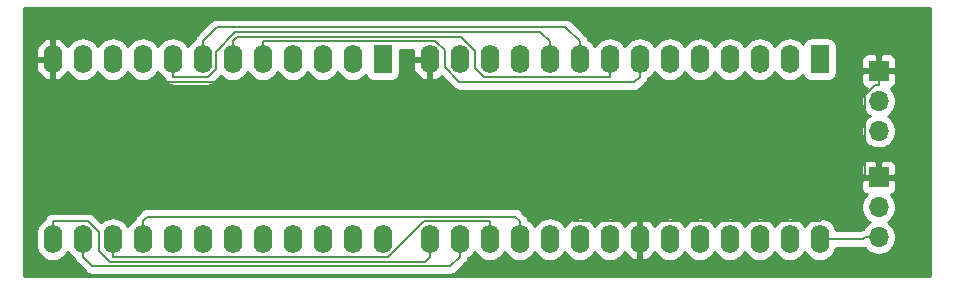
<source format=gtl>
G04 #@! TF.GenerationSoftware,KiCad,Pcbnew,(5.1.9)-1*
G04 #@! TF.CreationDate,2022-11-24T18:24:52+09:00*
G04 #@! TF.ProjectId,ROMCHG,524f4d43-4847-42e6-9b69-6361645f7063,rev?*
G04 #@! TF.SameCoordinates,PX53920b0PYad82f20*
G04 #@! TF.FileFunction,Copper,L1,Top*
G04 #@! TF.FilePolarity,Positive*
%FSLAX46Y46*%
G04 Gerber Fmt 4.6, Leading zero omitted, Abs format (unit mm)*
G04 Created by KiCad (PCBNEW (5.1.9)-1) date 2022-11-24 18:24:52*
%MOMM*%
%LPD*%
G01*
G04 APERTURE LIST*
G04 #@! TA.AperFunction,ComponentPad*
%ADD10O,1.700000X1.700000*%
G04 #@! TD*
G04 #@! TA.AperFunction,ComponentPad*
%ADD11R,1.700000X1.700000*%
G04 #@! TD*
G04 #@! TA.AperFunction,ComponentPad*
%ADD12R,1.600000X2.400000*%
G04 #@! TD*
G04 #@! TA.AperFunction,ComponentPad*
%ADD13O,1.600000X2.400000*%
G04 #@! TD*
G04 #@! TA.AperFunction,Conductor*
%ADD14C,0.200000*%
G04 #@! TD*
G04 #@! TA.AperFunction,Conductor*
%ADD15C,0.254000*%
G04 #@! TD*
G04 #@! TA.AperFunction,Conductor*
%ADD16C,0.100000*%
G04 #@! TD*
G04 APERTURE END LIST*
D10*
X73000000Y3920000D03*
X73000000Y6460000D03*
D11*
X73000000Y9000000D03*
X73000000Y18000000D03*
D10*
X73000000Y15460000D03*
X73000000Y12920000D03*
D12*
X68000000Y19000000D03*
D13*
X34980000Y3760000D03*
X65460000Y19000000D03*
X37520000Y3760000D03*
X62920000Y19000000D03*
X40060000Y3760000D03*
X60380000Y19000000D03*
X42600000Y3760000D03*
X57840000Y19000000D03*
X45140000Y3760000D03*
X55300000Y19000000D03*
X47680000Y3760000D03*
X52760000Y19000000D03*
X50220000Y3760000D03*
X50220000Y19000000D03*
X52760000Y3760000D03*
X47680000Y19000000D03*
X55300000Y3760000D03*
X45140000Y19000000D03*
X57840000Y3760000D03*
X42600000Y19000000D03*
X60380000Y3760000D03*
X40060000Y19000000D03*
X62920000Y3760000D03*
X37520000Y19000000D03*
X65460000Y3760000D03*
X34980000Y19000000D03*
X68000000Y3760000D03*
D12*
X31000000Y19000000D03*
D13*
X3060000Y3760000D03*
X28460000Y19000000D03*
X5600000Y3760000D03*
X25920000Y19000000D03*
X8140000Y3760000D03*
X23380000Y19000000D03*
X10680000Y3760000D03*
X20840000Y19000000D03*
X13220000Y3760000D03*
X18300000Y19000000D03*
X15760000Y3760000D03*
X15760000Y19000000D03*
X18300000Y3760000D03*
X13220000Y19000000D03*
X20840000Y3760000D03*
X10680000Y19000000D03*
X23380000Y3760000D03*
X8140000Y19000000D03*
X25920000Y3760000D03*
X5600000Y19000000D03*
X28460000Y3760000D03*
X3060000Y19000000D03*
X31000000Y3760000D03*
D14*
X73000000Y3920000D02*
X71849700Y3920000D01*
X68000000Y3760000D02*
X71689700Y3760000D01*
X71689700Y3760000D02*
X71849700Y3920000D01*
X3060000Y17499700D02*
X3460300Y17099400D01*
X3460300Y17099400D02*
X34579700Y17099400D01*
X34579700Y17099400D02*
X34980000Y17499700D01*
X3060000Y19000000D02*
X3060000Y17499700D01*
X34980000Y17499700D02*
X47219400Y5260300D01*
X47219400Y5260300D02*
X52760000Y5260300D01*
X34980000Y19000000D02*
X34980000Y17499700D01*
X71813400Y9000000D02*
X68073700Y5260300D01*
X68073700Y5260300D02*
X52760000Y5260300D01*
X72324800Y9000000D02*
X71813400Y9000000D01*
X71813400Y9000000D02*
X71813400Y15950700D01*
X71813400Y15950700D02*
X72712400Y16849700D01*
X72712400Y16849700D02*
X73000000Y16849700D01*
X73000000Y18000000D02*
X73000000Y16849700D01*
X73000000Y9000000D02*
X72324800Y9000000D01*
X52760000Y3760000D02*
X52760000Y5260300D01*
X50220000Y17499700D02*
X39547100Y17499700D01*
X39547100Y17499700D02*
X38790000Y18256800D01*
X38790000Y18256800D02*
X38790000Y19725500D01*
X38790000Y19725500D02*
X37614900Y20900600D01*
X37614900Y20900600D02*
X18700300Y20900600D01*
X18700300Y20900600D02*
X18300000Y20500300D01*
X50220000Y19000000D02*
X50220000Y17499700D01*
X18300000Y19000000D02*
X18300000Y20500300D01*
X13220000Y19000000D02*
X13220000Y17499700D01*
X45140000Y19000000D02*
X45140000Y20500300D01*
X13220000Y17499700D02*
X16220400Y17499700D01*
X16220400Y17499700D02*
X16860400Y18139700D01*
X16860400Y18139700D02*
X16860400Y19639000D01*
X16860400Y19639000D02*
X18522300Y21300900D01*
X18522300Y21300900D02*
X44339400Y21300900D01*
X44339400Y21300900D02*
X45140000Y20500300D01*
X34980000Y3760000D02*
X34980000Y2259700D01*
X3060000Y3760000D02*
X3060000Y5260300D01*
X3060000Y5260300D02*
X6083600Y5260300D01*
X6083600Y5260300D02*
X7011500Y4332400D01*
X7011500Y4332400D02*
X7011500Y2784500D01*
X7011500Y2784500D02*
X7939900Y1856100D01*
X7939900Y1856100D02*
X34576400Y1856100D01*
X34576400Y1856100D02*
X34980000Y2259700D01*
X5600000Y2259700D02*
X6404100Y1455600D01*
X6404100Y1455600D02*
X36715900Y1455600D01*
X36715900Y1455600D02*
X37520000Y2259700D01*
X37520000Y3760000D02*
X37520000Y2259700D01*
X5600000Y3760000D02*
X5600000Y2259700D01*
X40060000Y3760000D02*
X40060000Y5260300D01*
X8140000Y3760000D02*
X8140000Y2259700D01*
X8140000Y2259700D02*
X31473300Y2259700D01*
X31473300Y2259700D02*
X34473900Y5260300D01*
X34473900Y5260300D02*
X40060000Y5260300D01*
X42600000Y5260300D02*
X42187200Y5673100D01*
X42187200Y5673100D02*
X11092800Y5673100D01*
X11092800Y5673100D02*
X10680000Y5260300D01*
X42600000Y3760000D02*
X42600000Y5260300D01*
X10680000Y3760000D02*
X10680000Y5260300D01*
X20840000Y19000000D02*
X20840000Y20500300D01*
X52760000Y19000000D02*
X52760000Y17499700D01*
X20840000Y20500300D02*
X35478700Y20500300D01*
X35478700Y20500300D02*
X36250000Y19729000D01*
X36250000Y19729000D02*
X36250000Y18313000D01*
X36250000Y18313000D02*
X37503100Y17059900D01*
X37503100Y17059900D02*
X52320200Y17059900D01*
X52320200Y17059900D02*
X52760000Y17499700D01*
X47680000Y20500300D02*
X46479100Y21701200D01*
X46479100Y21701200D02*
X16960900Y21701200D01*
X16960900Y21701200D02*
X15760000Y20500300D01*
X47680000Y19000000D02*
X47680000Y20500300D01*
X15760000Y19000000D02*
X15760000Y20500300D01*
D15*
X77340000Y660000D02*
X660000Y660000D01*
X660000Y4230492D01*
X1625000Y4230492D01*
X1625000Y3289509D01*
X1645764Y3078692D01*
X1727818Y2808193D01*
X1861068Y2558900D01*
X2040392Y2340393D01*
X2258899Y2161068D01*
X2508192Y2027818D01*
X2778691Y1945764D01*
X3060000Y1918057D01*
X3341308Y1945764D01*
X3611807Y2027818D01*
X3861100Y2161068D01*
X4079607Y2340392D01*
X4258932Y2558899D01*
X4330000Y2691858D01*
X4401068Y2558900D01*
X4580392Y2340393D01*
X4798899Y2161068D01*
X4875174Y2120298D01*
X4875635Y2115615D01*
X4917430Y1977838D01*
X4917664Y1977067D01*
X4985914Y1849380D01*
X5077763Y1737462D01*
X5105807Y1714447D01*
X5858846Y961407D01*
X5881862Y933362D01*
X5993780Y841513D01*
X6121467Y773263D01*
X6217986Y743984D01*
X6260014Y731235D01*
X6274232Y729835D01*
X6367995Y720600D01*
X6368002Y720600D01*
X6404099Y717045D01*
X6440196Y720600D01*
X36679795Y720600D01*
X36715900Y717044D01*
X36752005Y720600D01*
X36859985Y731235D01*
X36998533Y773263D01*
X37126220Y841513D01*
X37238138Y933362D01*
X37261158Y961412D01*
X38014194Y1714447D01*
X38042238Y1737462D01*
X38134087Y1849380D01*
X38202337Y1977067D01*
X38238501Y2096285D01*
X38244365Y2115614D01*
X38244826Y2120299D01*
X38321100Y2161068D01*
X38539607Y2340392D01*
X38718932Y2558899D01*
X38790000Y2691858D01*
X38861068Y2558900D01*
X39040392Y2340393D01*
X39258899Y2161068D01*
X39508192Y2027818D01*
X39778691Y1945764D01*
X40060000Y1918057D01*
X40341308Y1945764D01*
X40611807Y2027818D01*
X40861100Y2161068D01*
X41079607Y2340392D01*
X41258932Y2558899D01*
X41330000Y2691858D01*
X41401068Y2558900D01*
X41580392Y2340393D01*
X41798899Y2161068D01*
X42048192Y2027818D01*
X42318691Y1945764D01*
X42600000Y1918057D01*
X42881308Y1945764D01*
X43151807Y2027818D01*
X43401100Y2161068D01*
X43619607Y2340392D01*
X43798932Y2558899D01*
X43870000Y2691858D01*
X43941068Y2558900D01*
X44120392Y2340393D01*
X44338899Y2161068D01*
X44588192Y2027818D01*
X44858691Y1945764D01*
X45140000Y1918057D01*
X45421308Y1945764D01*
X45691807Y2027818D01*
X45941100Y2161068D01*
X46159607Y2340392D01*
X46338932Y2558899D01*
X46410000Y2691858D01*
X46481068Y2558900D01*
X46660392Y2340393D01*
X46878899Y2161068D01*
X47128192Y2027818D01*
X47398691Y1945764D01*
X47680000Y1918057D01*
X47961308Y1945764D01*
X48231807Y2027818D01*
X48481100Y2161068D01*
X48699607Y2340392D01*
X48878932Y2558899D01*
X48950000Y2691858D01*
X49021068Y2558900D01*
X49200392Y2340393D01*
X49418899Y2161068D01*
X49668192Y2027818D01*
X49938691Y1945764D01*
X50220000Y1918057D01*
X50501308Y1945764D01*
X50771807Y2027818D01*
X51021100Y2161068D01*
X51239607Y2340392D01*
X51418932Y2558899D01*
X51487265Y2686741D01*
X51637399Y2457161D01*
X51835105Y2255500D01*
X52068354Y2096285D01*
X52328182Y1985633D01*
X52410961Y1968096D01*
X52633000Y2090085D01*
X52633000Y3633000D01*
X52613000Y3633000D01*
X52613000Y3887000D01*
X52633000Y3887000D01*
X52633000Y5429915D01*
X52887000Y5429915D01*
X52887000Y3887000D01*
X52907000Y3887000D01*
X52907000Y3633000D01*
X52887000Y3633000D01*
X52887000Y2090085D01*
X53109039Y1968096D01*
X53191818Y1985633D01*
X53451646Y2096285D01*
X53684895Y2255500D01*
X53882601Y2457161D01*
X54032735Y2686742D01*
X54101068Y2558900D01*
X54280392Y2340393D01*
X54498899Y2161068D01*
X54748192Y2027818D01*
X55018691Y1945764D01*
X55300000Y1918057D01*
X55581308Y1945764D01*
X55851807Y2027818D01*
X56101100Y2161068D01*
X56319607Y2340392D01*
X56498932Y2558899D01*
X56570000Y2691858D01*
X56641068Y2558900D01*
X56820392Y2340393D01*
X57038899Y2161068D01*
X57288192Y2027818D01*
X57558691Y1945764D01*
X57840000Y1918057D01*
X58121308Y1945764D01*
X58391807Y2027818D01*
X58641100Y2161068D01*
X58859607Y2340392D01*
X59038932Y2558899D01*
X59110000Y2691858D01*
X59181068Y2558900D01*
X59360392Y2340393D01*
X59578899Y2161068D01*
X59828192Y2027818D01*
X60098691Y1945764D01*
X60380000Y1918057D01*
X60661308Y1945764D01*
X60931807Y2027818D01*
X61181100Y2161068D01*
X61399607Y2340392D01*
X61578932Y2558899D01*
X61650000Y2691858D01*
X61721068Y2558900D01*
X61900392Y2340393D01*
X62118899Y2161068D01*
X62368192Y2027818D01*
X62638691Y1945764D01*
X62920000Y1918057D01*
X63201308Y1945764D01*
X63471807Y2027818D01*
X63721100Y2161068D01*
X63939607Y2340392D01*
X64118932Y2558899D01*
X64190000Y2691858D01*
X64261068Y2558900D01*
X64440392Y2340393D01*
X64658899Y2161068D01*
X64908192Y2027818D01*
X65178691Y1945764D01*
X65460000Y1918057D01*
X65741308Y1945764D01*
X66011807Y2027818D01*
X66261100Y2161068D01*
X66479607Y2340392D01*
X66658932Y2558899D01*
X66730000Y2691858D01*
X66801068Y2558900D01*
X66980392Y2340393D01*
X67198899Y2161068D01*
X67448192Y2027818D01*
X67718691Y1945764D01*
X68000000Y1918057D01*
X68281308Y1945764D01*
X68551807Y2027818D01*
X68801100Y2161068D01*
X69019607Y2340392D01*
X69198932Y2558899D01*
X69332182Y2808192D01*
X69397949Y3025000D01*
X71653595Y3025000D01*
X71689700Y3021444D01*
X71725805Y3025000D01*
X71806702Y3032968D01*
X71846525Y2973368D01*
X72053368Y2766525D01*
X72296589Y2604010D01*
X72566842Y2492068D01*
X72853740Y2435000D01*
X73146260Y2435000D01*
X73433158Y2492068D01*
X73703411Y2604010D01*
X73946632Y2766525D01*
X74153475Y2973368D01*
X74315990Y3216589D01*
X74427932Y3486842D01*
X74485000Y3773740D01*
X74485000Y4066260D01*
X74427932Y4353158D01*
X74315990Y4623411D01*
X74153475Y4866632D01*
X73946632Y5073475D01*
X73772240Y5190000D01*
X73946632Y5306525D01*
X74153475Y5513368D01*
X74315990Y5756589D01*
X74427932Y6026842D01*
X74485000Y6313740D01*
X74485000Y6606260D01*
X74427932Y6893158D01*
X74315990Y7163411D01*
X74153475Y7406632D01*
X74021620Y7538487D01*
X74094180Y7560498D01*
X74204494Y7619463D01*
X74301185Y7698815D01*
X74380537Y7795506D01*
X74439502Y7905820D01*
X74475812Y8025518D01*
X74488072Y8150000D01*
X74485000Y8714250D01*
X74326250Y8873000D01*
X73127000Y8873000D01*
X73127000Y8853000D01*
X72873000Y8853000D01*
X72873000Y8873000D01*
X71673750Y8873000D01*
X71515000Y8714250D01*
X71511928Y8150000D01*
X71524188Y8025518D01*
X71560498Y7905820D01*
X71619463Y7795506D01*
X71698815Y7698815D01*
X71795506Y7619463D01*
X71905820Y7560498D01*
X71978380Y7538487D01*
X71846525Y7406632D01*
X71684010Y7163411D01*
X71572068Y6893158D01*
X71515000Y6606260D01*
X71515000Y6313740D01*
X71572068Y6026842D01*
X71684010Y5756589D01*
X71846525Y5513368D01*
X72053368Y5306525D01*
X72227760Y5190000D01*
X72053368Y5073475D01*
X71846525Y4866632D01*
X71696078Y4641472D01*
X71673368Y4634583D01*
X71567067Y4602337D01*
X71439380Y4534087D01*
X71391752Y4495000D01*
X69397949Y4495000D01*
X69332182Y4711808D01*
X69198932Y4961101D01*
X69019608Y5179608D01*
X68801101Y5358932D01*
X68551808Y5492182D01*
X68281309Y5574236D01*
X68000000Y5601943D01*
X67718692Y5574236D01*
X67448193Y5492182D01*
X67198900Y5358932D01*
X66980393Y5179608D01*
X66801068Y4961101D01*
X66730000Y4828142D01*
X66658932Y4961101D01*
X66479608Y5179608D01*
X66261101Y5358932D01*
X66011808Y5492182D01*
X65741309Y5574236D01*
X65460000Y5601943D01*
X65178692Y5574236D01*
X64908193Y5492182D01*
X64658900Y5358932D01*
X64440393Y5179608D01*
X64261068Y4961101D01*
X64190000Y4828142D01*
X64118932Y4961101D01*
X63939608Y5179608D01*
X63721101Y5358932D01*
X63471808Y5492182D01*
X63201309Y5574236D01*
X62920000Y5601943D01*
X62638692Y5574236D01*
X62368193Y5492182D01*
X62118900Y5358932D01*
X61900393Y5179608D01*
X61721068Y4961101D01*
X61650000Y4828142D01*
X61578932Y4961101D01*
X61399608Y5179608D01*
X61181101Y5358932D01*
X60931808Y5492182D01*
X60661309Y5574236D01*
X60380000Y5601943D01*
X60098692Y5574236D01*
X59828193Y5492182D01*
X59578900Y5358932D01*
X59360393Y5179608D01*
X59181068Y4961101D01*
X59110000Y4828142D01*
X59038932Y4961101D01*
X58859608Y5179608D01*
X58641101Y5358932D01*
X58391808Y5492182D01*
X58121309Y5574236D01*
X57840000Y5601943D01*
X57558692Y5574236D01*
X57288193Y5492182D01*
X57038900Y5358932D01*
X56820393Y5179608D01*
X56641068Y4961101D01*
X56570000Y4828142D01*
X56498932Y4961101D01*
X56319608Y5179608D01*
X56101101Y5358932D01*
X55851808Y5492182D01*
X55581309Y5574236D01*
X55300000Y5601943D01*
X55018692Y5574236D01*
X54748193Y5492182D01*
X54498900Y5358932D01*
X54280393Y5179608D01*
X54101068Y4961101D01*
X54032735Y4833259D01*
X53882601Y5062839D01*
X53684895Y5264500D01*
X53451646Y5423715D01*
X53191818Y5534367D01*
X53109039Y5551904D01*
X52887000Y5429915D01*
X52633000Y5429915D01*
X52410961Y5551904D01*
X52328182Y5534367D01*
X52068354Y5423715D01*
X51835105Y5264500D01*
X51637399Y5062839D01*
X51487265Y4833259D01*
X51418932Y4961101D01*
X51239608Y5179608D01*
X51021101Y5358932D01*
X50771808Y5492182D01*
X50501309Y5574236D01*
X50220000Y5601943D01*
X49938692Y5574236D01*
X49668193Y5492182D01*
X49418900Y5358932D01*
X49200393Y5179608D01*
X49021068Y4961101D01*
X48950000Y4828142D01*
X48878932Y4961101D01*
X48699608Y5179608D01*
X48481101Y5358932D01*
X48231808Y5492182D01*
X47961309Y5574236D01*
X47680000Y5601943D01*
X47398692Y5574236D01*
X47128193Y5492182D01*
X46878900Y5358932D01*
X46660393Y5179608D01*
X46481068Y4961101D01*
X46410000Y4828142D01*
X46338932Y4961101D01*
X46159608Y5179608D01*
X45941101Y5358932D01*
X45691808Y5492182D01*
X45421309Y5574236D01*
X45140000Y5601943D01*
X44858692Y5574236D01*
X44588193Y5492182D01*
X44338900Y5358932D01*
X44120393Y5179608D01*
X43941068Y4961101D01*
X43870000Y4828142D01*
X43798932Y4961101D01*
X43619608Y5179608D01*
X43401101Y5358932D01*
X43324826Y5399702D01*
X43324365Y5404385D01*
X43282337Y5542933D01*
X43214087Y5670620D01*
X43122238Y5782538D01*
X43094187Y5805559D01*
X42732459Y6167287D01*
X42709438Y6195338D01*
X42597520Y6287187D01*
X42469833Y6355437D01*
X42331285Y6397465D01*
X42223305Y6408100D01*
X42187200Y6411656D01*
X42151095Y6408100D01*
X11128894Y6408100D01*
X11092799Y6411655D01*
X11056704Y6408100D01*
X11056695Y6408100D01*
X10948715Y6397465D01*
X10810167Y6355437D01*
X10682480Y6287187D01*
X10570562Y6195338D01*
X10547541Y6167287D01*
X10185808Y5805554D01*
X10157763Y5782538D01*
X10065914Y5670620D01*
X10014396Y5574236D01*
X9997664Y5542933D01*
X9955635Y5404385D01*
X9955174Y5399701D01*
X9878900Y5358932D01*
X9660393Y5179608D01*
X9481068Y4961101D01*
X9410000Y4828142D01*
X9338932Y4961101D01*
X9159608Y5179608D01*
X8941101Y5358932D01*
X8691808Y5492182D01*
X8421309Y5574236D01*
X8140000Y5601943D01*
X7858692Y5574236D01*
X7588193Y5492182D01*
X7338900Y5358932D01*
X7166170Y5217176D01*
X6628858Y5754488D01*
X6605838Y5782538D01*
X6493920Y5874387D01*
X6366233Y5942637D01*
X6227685Y5984665D01*
X6119705Y5995300D01*
X6083600Y5998856D01*
X6047495Y5995300D01*
X3096105Y5995300D01*
X3060000Y5998856D01*
X3023895Y5995300D01*
X2915915Y5984665D01*
X2777367Y5942637D01*
X2649680Y5874387D01*
X2537762Y5782538D01*
X2445913Y5670620D01*
X2377663Y5542933D01*
X2335635Y5404385D01*
X2335174Y5399701D01*
X2258900Y5358932D01*
X2040393Y5179608D01*
X1861068Y4961101D01*
X1727818Y4711808D01*
X1645764Y4441309D01*
X1625000Y4230492D01*
X660000Y4230492D01*
X660000Y9850000D01*
X71511928Y9850000D01*
X71515000Y9285750D01*
X71673750Y9127000D01*
X72873000Y9127000D01*
X72873000Y10326250D01*
X73127000Y10326250D01*
X73127000Y9127000D01*
X74326250Y9127000D01*
X74485000Y9285750D01*
X74488072Y9850000D01*
X74475812Y9974482D01*
X74439502Y10094180D01*
X74380537Y10204494D01*
X74301185Y10301185D01*
X74204494Y10380537D01*
X74094180Y10439502D01*
X73974482Y10475812D01*
X73850000Y10488072D01*
X73285750Y10485000D01*
X73127000Y10326250D01*
X72873000Y10326250D01*
X72714250Y10485000D01*
X72150000Y10488072D01*
X72025518Y10475812D01*
X71905820Y10439502D01*
X71795506Y10380537D01*
X71698815Y10301185D01*
X71619463Y10204494D01*
X71560498Y10094180D01*
X71524188Y9974482D01*
X71511928Y9850000D01*
X660000Y9850000D01*
X660000Y18873000D01*
X1625000Y18873000D01*
X1625000Y18473000D01*
X1677350Y18195486D01*
X1782834Y17933517D01*
X1937399Y17697161D01*
X2135105Y17495500D01*
X2368354Y17336285D01*
X2628182Y17225633D01*
X2710961Y17208096D01*
X2933000Y17330085D01*
X2933000Y18873000D01*
X1625000Y18873000D01*
X660000Y18873000D01*
X660000Y19527000D01*
X1625000Y19527000D01*
X1625000Y19127000D01*
X2933000Y19127000D01*
X2933000Y20669915D01*
X3187000Y20669915D01*
X3187000Y19127000D01*
X3207000Y19127000D01*
X3207000Y18873000D01*
X3187000Y18873000D01*
X3187000Y17330085D01*
X3409039Y17208096D01*
X3491818Y17225633D01*
X3751646Y17336285D01*
X3984895Y17495500D01*
X4182601Y17697161D01*
X4332735Y17926742D01*
X4401068Y17798900D01*
X4580392Y17580393D01*
X4798899Y17401068D01*
X5048192Y17267818D01*
X5318691Y17185764D01*
X5600000Y17158057D01*
X5881308Y17185764D01*
X6151807Y17267818D01*
X6401100Y17401068D01*
X6619607Y17580392D01*
X6798932Y17798899D01*
X6870000Y17931858D01*
X6941068Y17798900D01*
X7120392Y17580393D01*
X7338899Y17401068D01*
X7588192Y17267818D01*
X7858691Y17185764D01*
X8140000Y17158057D01*
X8421308Y17185764D01*
X8691807Y17267818D01*
X8941100Y17401068D01*
X9159607Y17580392D01*
X9338932Y17798899D01*
X9410000Y17931858D01*
X9481068Y17798900D01*
X9660392Y17580393D01*
X9878899Y17401068D01*
X10128192Y17267818D01*
X10398691Y17185764D01*
X10680000Y17158057D01*
X10961308Y17185764D01*
X11231807Y17267818D01*
X11481100Y17401068D01*
X11699607Y17580392D01*
X11878932Y17798899D01*
X11950000Y17931858D01*
X12021068Y17798900D01*
X12200392Y17580393D01*
X12418899Y17401068D01*
X12495174Y17360298D01*
X12495635Y17355615D01*
X12537663Y17217067D01*
X12605913Y17089380D01*
X12697762Y16977462D01*
X12809680Y16885613D01*
X12937367Y16817363D01*
X13075915Y16775335D01*
X13183895Y16764700D01*
X13220000Y16761144D01*
X13256105Y16764700D01*
X16184295Y16764700D01*
X16220400Y16761144D01*
X16256505Y16764700D01*
X16364485Y16775335D01*
X16503033Y16817363D01*
X16630720Y16885613D01*
X16742638Y16977462D01*
X16765658Y17005512D01*
X17313428Y17553281D01*
X17498899Y17401068D01*
X17748192Y17267818D01*
X18018691Y17185764D01*
X18300000Y17158057D01*
X18581308Y17185764D01*
X18851807Y17267818D01*
X19101100Y17401068D01*
X19319607Y17580392D01*
X19498932Y17798899D01*
X19570000Y17931858D01*
X19641068Y17798900D01*
X19820392Y17580393D01*
X20038899Y17401068D01*
X20288192Y17267818D01*
X20558691Y17185764D01*
X20840000Y17158057D01*
X21121308Y17185764D01*
X21391807Y17267818D01*
X21641100Y17401068D01*
X21859607Y17580392D01*
X22038932Y17798899D01*
X22110000Y17931858D01*
X22181068Y17798900D01*
X22360392Y17580393D01*
X22578899Y17401068D01*
X22828192Y17267818D01*
X23098691Y17185764D01*
X23380000Y17158057D01*
X23661308Y17185764D01*
X23931807Y17267818D01*
X24181100Y17401068D01*
X24399607Y17580392D01*
X24578932Y17798899D01*
X24650000Y17931858D01*
X24721068Y17798900D01*
X24900392Y17580393D01*
X25118899Y17401068D01*
X25368192Y17267818D01*
X25638691Y17185764D01*
X25920000Y17158057D01*
X26201308Y17185764D01*
X26471807Y17267818D01*
X26721100Y17401068D01*
X26939607Y17580392D01*
X27118932Y17798899D01*
X27190000Y17931858D01*
X27261068Y17798900D01*
X27440392Y17580393D01*
X27658899Y17401068D01*
X27908192Y17267818D01*
X28178691Y17185764D01*
X28460000Y17158057D01*
X28741308Y17185764D01*
X29011807Y17267818D01*
X29261100Y17401068D01*
X29479607Y17580392D01*
X29572419Y17693483D01*
X29574188Y17675518D01*
X29610498Y17555820D01*
X29669463Y17445506D01*
X29748815Y17348815D01*
X29845506Y17269463D01*
X29955820Y17210498D01*
X30075518Y17174188D01*
X30200000Y17161928D01*
X31800000Y17161928D01*
X31924482Y17174188D01*
X32044180Y17210498D01*
X32154494Y17269463D01*
X32251185Y17348815D01*
X32330537Y17445506D01*
X32389502Y17555820D01*
X32425812Y17675518D01*
X32438072Y17800000D01*
X32438072Y18873000D01*
X33545000Y18873000D01*
X33545000Y18473000D01*
X33597350Y18195486D01*
X33702834Y17933517D01*
X33857399Y17697161D01*
X34055105Y17495500D01*
X34288354Y17336285D01*
X34548182Y17225633D01*
X34630961Y17208096D01*
X34853000Y17330085D01*
X34853000Y18873000D01*
X33545000Y18873000D01*
X32438072Y18873000D01*
X32438072Y19765300D01*
X33589953Y19765300D01*
X33545000Y19527000D01*
X33545000Y19127000D01*
X34853000Y19127000D01*
X34853000Y19147000D01*
X35107000Y19147000D01*
X35107000Y19127000D01*
X35127000Y19127000D01*
X35127000Y18873000D01*
X35107000Y18873000D01*
X35107000Y17330085D01*
X35329039Y17208096D01*
X35411818Y17225633D01*
X35671646Y17336285D01*
X35904895Y17495500D01*
X35965865Y17557689D01*
X36957846Y16565707D01*
X36980862Y16537662D01*
X37092780Y16445813D01*
X37220467Y16377563D01*
X37316986Y16348284D01*
X37359014Y16335535D01*
X37503099Y16321344D01*
X37539204Y16324900D01*
X52284095Y16324900D01*
X52320200Y16321344D01*
X52356305Y16324900D01*
X52464285Y16335535D01*
X52602833Y16377563D01*
X52730520Y16445813D01*
X52842438Y16537662D01*
X52865459Y16565713D01*
X53254187Y16954441D01*
X53282238Y16977462D01*
X53374087Y17089380D01*
X53406489Y17150000D01*
X71511928Y17150000D01*
X71524188Y17025518D01*
X71560498Y16905820D01*
X71619463Y16795506D01*
X71698815Y16698815D01*
X71795506Y16619463D01*
X71905820Y16560498D01*
X71978380Y16538487D01*
X71846525Y16406632D01*
X71684010Y16163411D01*
X71572068Y15893158D01*
X71515000Y15606260D01*
X71515000Y15313740D01*
X71572068Y15026842D01*
X71684010Y14756589D01*
X71846525Y14513368D01*
X72053368Y14306525D01*
X72227760Y14190000D01*
X72053368Y14073475D01*
X71846525Y13866632D01*
X71684010Y13623411D01*
X71572068Y13353158D01*
X71515000Y13066260D01*
X71515000Y12773740D01*
X71572068Y12486842D01*
X71684010Y12216589D01*
X71846525Y11973368D01*
X72053368Y11766525D01*
X72296589Y11604010D01*
X72566842Y11492068D01*
X72853740Y11435000D01*
X73146260Y11435000D01*
X73433158Y11492068D01*
X73703411Y11604010D01*
X73946632Y11766525D01*
X74153475Y11973368D01*
X74315990Y12216589D01*
X74427932Y12486842D01*
X74485000Y12773740D01*
X74485000Y13066260D01*
X74427932Y13353158D01*
X74315990Y13623411D01*
X74153475Y13866632D01*
X73946632Y14073475D01*
X73772240Y14190000D01*
X73946632Y14306525D01*
X74153475Y14513368D01*
X74315990Y14756589D01*
X74427932Y15026842D01*
X74485000Y15313740D01*
X74485000Y15606260D01*
X74427932Y15893158D01*
X74315990Y16163411D01*
X74153475Y16406632D01*
X74021620Y16538487D01*
X74094180Y16560498D01*
X74204494Y16619463D01*
X74301185Y16698815D01*
X74380537Y16795506D01*
X74439502Y16905820D01*
X74475812Y17025518D01*
X74488072Y17150000D01*
X74485000Y17714250D01*
X74326250Y17873000D01*
X73127000Y17873000D01*
X73127000Y17853000D01*
X72873000Y17853000D01*
X72873000Y17873000D01*
X71673750Y17873000D01*
X71515000Y17714250D01*
X71511928Y17150000D01*
X53406489Y17150000D01*
X53442337Y17217067D01*
X53480397Y17342534D01*
X53484365Y17355614D01*
X53484826Y17360299D01*
X53561100Y17401068D01*
X53779607Y17580392D01*
X53958932Y17798899D01*
X54030000Y17931858D01*
X54101068Y17798900D01*
X54280392Y17580393D01*
X54498899Y17401068D01*
X54748192Y17267818D01*
X55018691Y17185764D01*
X55300000Y17158057D01*
X55581308Y17185764D01*
X55851807Y17267818D01*
X56101100Y17401068D01*
X56319607Y17580392D01*
X56498932Y17798899D01*
X56570000Y17931858D01*
X56641068Y17798900D01*
X56820392Y17580393D01*
X57038899Y17401068D01*
X57288192Y17267818D01*
X57558691Y17185764D01*
X57840000Y17158057D01*
X58121308Y17185764D01*
X58391807Y17267818D01*
X58641100Y17401068D01*
X58859607Y17580392D01*
X59038932Y17798899D01*
X59110000Y17931858D01*
X59181068Y17798900D01*
X59360392Y17580393D01*
X59578899Y17401068D01*
X59828192Y17267818D01*
X60098691Y17185764D01*
X60380000Y17158057D01*
X60661308Y17185764D01*
X60931807Y17267818D01*
X61181100Y17401068D01*
X61399607Y17580392D01*
X61578932Y17798899D01*
X61650000Y17931858D01*
X61721068Y17798900D01*
X61900392Y17580393D01*
X62118899Y17401068D01*
X62368192Y17267818D01*
X62638691Y17185764D01*
X62920000Y17158057D01*
X63201308Y17185764D01*
X63471807Y17267818D01*
X63721100Y17401068D01*
X63939607Y17580392D01*
X64118932Y17798899D01*
X64190000Y17931858D01*
X64261068Y17798900D01*
X64440392Y17580393D01*
X64658899Y17401068D01*
X64908192Y17267818D01*
X65178691Y17185764D01*
X65460000Y17158057D01*
X65741308Y17185764D01*
X66011807Y17267818D01*
X66261100Y17401068D01*
X66479607Y17580392D01*
X66572419Y17693483D01*
X66574188Y17675518D01*
X66610498Y17555820D01*
X66669463Y17445506D01*
X66748815Y17348815D01*
X66845506Y17269463D01*
X66955820Y17210498D01*
X67075518Y17174188D01*
X67200000Y17161928D01*
X68800000Y17161928D01*
X68924482Y17174188D01*
X69044180Y17210498D01*
X69154494Y17269463D01*
X69251185Y17348815D01*
X69330537Y17445506D01*
X69389502Y17555820D01*
X69425812Y17675518D01*
X69438072Y17800000D01*
X69438072Y18850000D01*
X71511928Y18850000D01*
X71515000Y18285750D01*
X71673750Y18127000D01*
X72873000Y18127000D01*
X72873000Y19326250D01*
X73127000Y19326250D01*
X73127000Y18127000D01*
X74326250Y18127000D01*
X74485000Y18285750D01*
X74488072Y18850000D01*
X74475812Y18974482D01*
X74439502Y19094180D01*
X74380537Y19204494D01*
X74301185Y19301185D01*
X74204494Y19380537D01*
X74094180Y19439502D01*
X73974482Y19475812D01*
X73850000Y19488072D01*
X73285750Y19485000D01*
X73127000Y19326250D01*
X72873000Y19326250D01*
X72714250Y19485000D01*
X72150000Y19488072D01*
X72025518Y19475812D01*
X71905820Y19439502D01*
X71795506Y19380537D01*
X71698815Y19301185D01*
X71619463Y19204494D01*
X71560498Y19094180D01*
X71524188Y18974482D01*
X71511928Y18850000D01*
X69438072Y18850000D01*
X69438072Y20200000D01*
X69425812Y20324482D01*
X69389502Y20444180D01*
X69330537Y20554494D01*
X69251185Y20651185D01*
X69154494Y20730537D01*
X69044180Y20789502D01*
X68924482Y20825812D01*
X68800000Y20838072D01*
X67200000Y20838072D01*
X67075518Y20825812D01*
X66955820Y20789502D01*
X66845506Y20730537D01*
X66748815Y20651185D01*
X66669463Y20554494D01*
X66610498Y20444180D01*
X66574188Y20324482D01*
X66572419Y20306518D01*
X66479608Y20419608D01*
X66261101Y20598932D01*
X66011808Y20732182D01*
X65741309Y20814236D01*
X65460000Y20841943D01*
X65178692Y20814236D01*
X64908193Y20732182D01*
X64658900Y20598932D01*
X64440393Y20419608D01*
X64261068Y20201101D01*
X64190000Y20068142D01*
X64118932Y20201101D01*
X63939608Y20419608D01*
X63721101Y20598932D01*
X63471808Y20732182D01*
X63201309Y20814236D01*
X62920000Y20841943D01*
X62638692Y20814236D01*
X62368193Y20732182D01*
X62118900Y20598932D01*
X61900393Y20419608D01*
X61721068Y20201101D01*
X61650000Y20068142D01*
X61578932Y20201101D01*
X61399608Y20419608D01*
X61181101Y20598932D01*
X60931808Y20732182D01*
X60661309Y20814236D01*
X60380000Y20841943D01*
X60098692Y20814236D01*
X59828193Y20732182D01*
X59578900Y20598932D01*
X59360393Y20419608D01*
X59181068Y20201101D01*
X59110000Y20068142D01*
X59038932Y20201101D01*
X58859608Y20419608D01*
X58641101Y20598932D01*
X58391808Y20732182D01*
X58121309Y20814236D01*
X57840000Y20841943D01*
X57558692Y20814236D01*
X57288193Y20732182D01*
X57038900Y20598932D01*
X56820393Y20419608D01*
X56641068Y20201101D01*
X56570000Y20068142D01*
X56498932Y20201101D01*
X56319608Y20419608D01*
X56101101Y20598932D01*
X55851808Y20732182D01*
X55581309Y20814236D01*
X55300000Y20841943D01*
X55018692Y20814236D01*
X54748193Y20732182D01*
X54498900Y20598932D01*
X54280393Y20419608D01*
X54101068Y20201101D01*
X54030000Y20068142D01*
X53958932Y20201101D01*
X53779608Y20419608D01*
X53561101Y20598932D01*
X53311808Y20732182D01*
X53041309Y20814236D01*
X52760000Y20841943D01*
X52478692Y20814236D01*
X52208193Y20732182D01*
X51958900Y20598932D01*
X51740393Y20419608D01*
X51561068Y20201101D01*
X51490000Y20068142D01*
X51418932Y20201101D01*
X51239608Y20419608D01*
X51021101Y20598932D01*
X50771808Y20732182D01*
X50501309Y20814236D01*
X50220000Y20841943D01*
X49938692Y20814236D01*
X49668193Y20732182D01*
X49418900Y20598932D01*
X49200393Y20419608D01*
X49021068Y20201101D01*
X48950000Y20068142D01*
X48878932Y20201101D01*
X48699608Y20419608D01*
X48481101Y20598932D01*
X48404826Y20639702D01*
X48404365Y20644386D01*
X48377732Y20732182D01*
X48362337Y20782933D01*
X48294087Y20910620D01*
X48202238Y21022538D01*
X48174193Y21045554D01*
X47024358Y22195388D01*
X47001338Y22223438D01*
X46889420Y22315287D01*
X46761733Y22383537D01*
X46623185Y22425565D01*
X46515205Y22436200D01*
X46479100Y22439756D01*
X46442995Y22436200D01*
X16997004Y22436200D01*
X16960899Y22439756D01*
X16816814Y22425565D01*
X16774786Y22412816D01*
X16678267Y22383537D01*
X16550580Y22315287D01*
X16438662Y22223438D01*
X16415646Y22195393D01*
X15265808Y21045554D01*
X15237763Y21022538D01*
X15145914Y20910620D01*
X15090371Y20806706D01*
X15077664Y20782933D01*
X15035635Y20644385D01*
X15035174Y20639701D01*
X14958900Y20598932D01*
X14740393Y20419608D01*
X14561068Y20201101D01*
X14490000Y20068142D01*
X14418932Y20201101D01*
X14239608Y20419608D01*
X14021101Y20598932D01*
X13771808Y20732182D01*
X13501309Y20814236D01*
X13220000Y20841943D01*
X12938692Y20814236D01*
X12668193Y20732182D01*
X12418900Y20598932D01*
X12200393Y20419608D01*
X12021068Y20201101D01*
X11950000Y20068142D01*
X11878932Y20201101D01*
X11699608Y20419608D01*
X11481101Y20598932D01*
X11231808Y20732182D01*
X10961309Y20814236D01*
X10680000Y20841943D01*
X10398692Y20814236D01*
X10128193Y20732182D01*
X9878900Y20598932D01*
X9660393Y20419608D01*
X9481068Y20201101D01*
X9410000Y20068142D01*
X9338932Y20201101D01*
X9159608Y20419608D01*
X8941101Y20598932D01*
X8691808Y20732182D01*
X8421309Y20814236D01*
X8140000Y20841943D01*
X7858692Y20814236D01*
X7588193Y20732182D01*
X7338900Y20598932D01*
X7120393Y20419608D01*
X6941068Y20201101D01*
X6870000Y20068142D01*
X6798932Y20201101D01*
X6619608Y20419608D01*
X6401101Y20598932D01*
X6151808Y20732182D01*
X5881309Y20814236D01*
X5600000Y20841943D01*
X5318692Y20814236D01*
X5048193Y20732182D01*
X4798900Y20598932D01*
X4580393Y20419608D01*
X4401068Y20201101D01*
X4332735Y20073259D01*
X4182601Y20302839D01*
X3984895Y20504500D01*
X3751646Y20663715D01*
X3491818Y20774367D01*
X3409039Y20791904D01*
X3187000Y20669915D01*
X2933000Y20669915D01*
X2710961Y20791904D01*
X2628182Y20774367D01*
X2368354Y20663715D01*
X2135105Y20504500D01*
X1937399Y20302839D01*
X1782834Y20066483D01*
X1677350Y19804514D01*
X1625000Y19527000D01*
X660000Y19527000D01*
X660000Y23340000D01*
X77340001Y23340000D01*
X77340000Y660000D01*
G04 #@! TA.AperFunction,Conductor*
D16*
G36*
X77340000Y660000D02*
G01*
X660000Y660000D01*
X660000Y4230492D01*
X1625000Y4230492D01*
X1625000Y3289509D01*
X1645764Y3078692D01*
X1727818Y2808193D01*
X1861068Y2558900D01*
X2040392Y2340393D01*
X2258899Y2161068D01*
X2508192Y2027818D01*
X2778691Y1945764D01*
X3060000Y1918057D01*
X3341308Y1945764D01*
X3611807Y2027818D01*
X3861100Y2161068D01*
X4079607Y2340392D01*
X4258932Y2558899D01*
X4330000Y2691858D01*
X4401068Y2558900D01*
X4580392Y2340393D01*
X4798899Y2161068D01*
X4875174Y2120298D01*
X4875635Y2115615D01*
X4917430Y1977838D01*
X4917664Y1977067D01*
X4985914Y1849380D01*
X5077763Y1737462D01*
X5105807Y1714447D01*
X5858846Y961407D01*
X5881862Y933362D01*
X5993780Y841513D01*
X6121467Y773263D01*
X6217986Y743984D01*
X6260014Y731235D01*
X6274232Y729835D01*
X6367995Y720600D01*
X6368002Y720600D01*
X6404099Y717045D01*
X6440196Y720600D01*
X36679795Y720600D01*
X36715900Y717044D01*
X36752005Y720600D01*
X36859985Y731235D01*
X36998533Y773263D01*
X37126220Y841513D01*
X37238138Y933362D01*
X37261158Y961412D01*
X38014194Y1714447D01*
X38042238Y1737462D01*
X38134087Y1849380D01*
X38202337Y1977067D01*
X38238501Y2096285D01*
X38244365Y2115614D01*
X38244826Y2120299D01*
X38321100Y2161068D01*
X38539607Y2340392D01*
X38718932Y2558899D01*
X38790000Y2691858D01*
X38861068Y2558900D01*
X39040392Y2340393D01*
X39258899Y2161068D01*
X39508192Y2027818D01*
X39778691Y1945764D01*
X40060000Y1918057D01*
X40341308Y1945764D01*
X40611807Y2027818D01*
X40861100Y2161068D01*
X41079607Y2340392D01*
X41258932Y2558899D01*
X41330000Y2691858D01*
X41401068Y2558900D01*
X41580392Y2340393D01*
X41798899Y2161068D01*
X42048192Y2027818D01*
X42318691Y1945764D01*
X42600000Y1918057D01*
X42881308Y1945764D01*
X43151807Y2027818D01*
X43401100Y2161068D01*
X43619607Y2340392D01*
X43798932Y2558899D01*
X43870000Y2691858D01*
X43941068Y2558900D01*
X44120392Y2340393D01*
X44338899Y2161068D01*
X44588192Y2027818D01*
X44858691Y1945764D01*
X45140000Y1918057D01*
X45421308Y1945764D01*
X45691807Y2027818D01*
X45941100Y2161068D01*
X46159607Y2340392D01*
X46338932Y2558899D01*
X46410000Y2691858D01*
X46481068Y2558900D01*
X46660392Y2340393D01*
X46878899Y2161068D01*
X47128192Y2027818D01*
X47398691Y1945764D01*
X47680000Y1918057D01*
X47961308Y1945764D01*
X48231807Y2027818D01*
X48481100Y2161068D01*
X48699607Y2340392D01*
X48878932Y2558899D01*
X48950000Y2691858D01*
X49021068Y2558900D01*
X49200392Y2340393D01*
X49418899Y2161068D01*
X49668192Y2027818D01*
X49938691Y1945764D01*
X50220000Y1918057D01*
X50501308Y1945764D01*
X50771807Y2027818D01*
X51021100Y2161068D01*
X51239607Y2340392D01*
X51418932Y2558899D01*
X51487265Y2686741D01*
X51637399Y2457161D01*
X51835105Y2255500D01*
X52068354Y2096285D01*
X52328182Y1985633D01*
X52410961Y1968096D01*
X52633000Y2090085D01*
X52633000Y3633000D01*
X52613000Y3633000D01*
X52613000Y3887000D01*
X52633000Y3887000D01*
X52633000Y5429915D01*
X52887000Y5429915D01*
X52887000Y3887000D01*
X52907000Y3887000D01*
X52907000Y3633000D01*
X52887000Y3633000D01*
X52887000Y2090085D01*
X53109039Y1968096D01*
X53191818Y1985633D01*
X53451646Y2096285D01*
X53684895Y2255500D01*
X53882601Y2457161D01*
X54032735Y2686742D01*
X54101068Y2558900D01*
X54280392Y2340393D01*
X54498899Y2161068D01*
X54748192Y2027818D01*
X55018691Y1945764D01*
X55300000Y1918057D01*
X55581308Y1945764D01*
X55851807Y2027818D01*
X56101100Y2161068D01*
X56319607Y2340392D01*
X56498932Y2558899D01*
X56570000Y2691858D01*
X56641068Y2558900D01*
X56820392Y2340393D01*
X57038899Y2161068D01*
X57288192Y2027818D01*
X57558691Y1945764D01*
X57840000Y1918057D01*
X58121308Y1945764D01*
X58391807Y2027818D01*
X58641100Y2161068D01*
X58859607Y2340392D01*
X59038932Y2558899D01*
X59110000Y2691858D01*
X59181068Y2558900D01*
X59360392Y2340393D01*
X59578899Y2161068D01*
X59828192Y2027818D01*
X60098691Y1945764D01*
X60380000Y1918057D01*
X60661308Y1945764D01*
X60931807Y2027818D01*
X61181100Y2161068D01*
X61399607Y2340392D01*
X61578932Y2558899D01*
X61650000Y2691858D01*
X61721068Y2558900D01*
X61900392Y2340393D01*
X62118899Y2161068D01*
X62368192Y2027818D01*
X62638691Y1945764D01*
X62920000Y1918057D01*
X63201308Y1945764D01*
X63471807Y2027818D01*
X63721100Y2161068D01*
X63939607Y2340392D01*
X64118932Y2558899D01*
X64190000Y2691858D01*
X64261068Y2558900D01*
X64440392Y2340393D01*
X64658899Y2161068D01*
X64908192Y2027818D01*
X65178691Y1945764D01*
X65460000Y1918057D01*
X65741308Y1945764D01*
X66011807Y2027818D01*
X66261100Y2161068D01*
X66479607Y2340392D01*
X66658932Y2558899D01*
X66730000Y2691858D01*
X66801068Y2558900D01*
X66980392Y2340393D01*
X67198899Y2161068D01*
X67448192Y2027818D01*
X67718691Y1945764D01*
X68000000Y1918057D01*
X68281308Y1945764D01*
X68551807Y2027818D01*
X68801100Y2161068D01*
X69019607Y2340392D01*
X69198932Y2558899D01*
X69332182Y2808192D01*
X69397949Y3025000D01*
X71653595Y3025000D01*
X71689700Y3021444D01*
X71725805Y3025000D01*
X71806702Y3032968D01*
X71846525Y2973368D01*
X72053368Y2766525D01*
X72296589Y2604010D01*
X72566842Y2492068D01*
X72853740Y2435000D01*
X73146260Y2435000D01*
X73433158Y2492068D01*
X73703411Y2604010D01*
X73946632Y2766525D01*
X74153475Y2973368D01*
X74315990Y3216589D01*
X74427932Y3486842D01*
X74485000Y3773740D01*
X74485000Y4066260D01*
X74427932Y4353158D01*
X74315990Y4623411D01*
X74153475Y4866632D01*
X73946632Y5073475D01*
X73772240Y5190000D01*
X73946632Y5306525D01*
X74153475Y5513368D01*
X74315990Y5756589D01*
X74427932Y6026842D01*
X74485000Y6313740D01*
X74485000Y6606260D01*
X74427932Y6893158D01*
X74315990Y7163411D01*
X74153475Y7406632D01*
X74021620Y7538487D01*
X74094180Y7560498D01*
X74204494Y7619463D01*
X74301185Y7698815D01*
X74380537Y7795506D01*
X74439502Y7905820D01*
X74475812Y8025518D01*
X74488072Y8150000D01*
X74485000Y8714250D01*
X74326250Y8873000D01*
X73127000Y8873000D01*
X73127000Y8853000D01*
X72873000Y8853000D01*
X72873000Y8873000D01*
X71673750Y8873000D01*
X71515000Y8714250D01*
X71511928Y8150000D01*
X71524188Y8025518D01*
X71560498Y7905820D01*
X71619463Y7795506D01*
X71698815Y7698815D01*
X71795506Y7619463D01*
X71905820Y7560498D01*
X71978380Y7538487D01*
X71846525Y7406632D01*
X71684010Y7163411D01*
X71572068Y6893158D01*
X71515000Y6606260D01*
X71515000Y6313740D01*
X71572068Y6026842D01*
X71684010Y5756589D01*
X71846525Y5513368D01*
X72053368Y5306525D01*
X72227760Y5190000D01*
X72053368Y5073475D01*
X71846525Y4866632D01*
X71696078Y4641472D01*
X71673368Y4634583D01*
X71567067Y4602337D01*
X71439380Y4534087D01*
X71391752Y4495000D01*
X69397949Y4495000D01*
X69332182Y4711808D01*
X69198932Y4961101D01*
X69019608Y5179608D01*
X68801101Y5358932D01*
X68551808Y5492182D01*
X68281309Y5574236D01*
X68000000Y5601943D01*
X67718692Y5574236D01*
X67448193Y5492182D01*
X67198900Y5358932D01*
X66980393Y5179608D01*
X66801068Y4961101D01*
X66730000Y4828142D01*
X66658932Y4961101D01*
X66479608Y5179608D01*
X66261101Y5358932D01*
X66011808Y5492182D01*
X65741309Y5574236D01*
X65460000Y5601943D01*
X65178692Y5574236D01*
X64908193Y5492182D01*
X64658900Y5358932D01*
X64440393Y5179608D01*
X64261068Y4961101D01*
X64190000Y4828142D01*
X64118932Y4961101D01*
X63939608Y5179608D01*
X63721101Y5358932D01*
X63471808Y5492182D01*
X63201309Y5574236D01*
X62920000Y5601943D01*
X62638692Y5574236D01*
X62368193Y5492182D01*
X62118900Y5358932D01*
X61900393Y5179608D01*
X61721068Y4961101D01*
X61650000Y4828142D01*
X61578932Y4961101D01*
X61399608Y5179608D01*
X61181101Y5358932D01*
X60931808Y5492182D01*
X60661309Y5574236D01*
X60380000Y5601943D01*
X60098692Y5574236D01*
X59828193Y5492182D01*
X59578900Y5358932D01*
X59360393Y5179608D01*
X59181068Y4961101D01*
X59110000Y4828142D01*
X59038932Y4961101D01*
X58859608Y5179608D01*
X58641101Y5358932D01*
X58391808Y5492182D01*
X58121309Y5574236D01*
X57840000Y5601943D01*
X57558692Y5574236D01*
X57288193Y5492182D01*
X57038900Y5358932D01*
X56820393Y5179608D01*
X56641068Y4961101D01*
X56570000Y4828142D01*
X56498932Y4961101D01*
X56319608Y5179608D01*
X56101101Y5358932D01*
X55851808Y5492182D01*
X55581309Y5574236D01*
X55300000Y5601943D01*
X55018692Y5574236D01*
X54748193Y5492182D01*
X54498900Y5358932D01*
X54280393Y5179608D01*
X54101068Y4961101D01*
X54032735Y4833259D01*
X53882601Y5062839D01*
X53684895Y5264500D01*
X53451646Y5423715D01*
X53191818Y5534367D01*
X53109039Y5551904D01*
X52887000Y5429915D01*
X52633000Y5429915D01*
X52410961Y5551904D01*
X52328182Y5534367D01*
X52068354Y5423715D01*
X51835105Y5264500D01*
X51637399Y5062839D01*
X51487265Y4833259D01*
X51418932Y4961101D01*
X51239608Y5179608D01*
X51021101Y5358932D01*
X50771808Y5492182D01*
X50501309Y5574236D01*
X50220000Y5601943D01*
X49938692Y5574236D01*
X49668193Y5492182D01*
X49418900Y5358932D01*
X49200393Y5179608D01*
X49021068Y4961101D01*
X48950000Y4828142D01*
X48878932Y4961101D01*
X48699608Y5179608D01*
X48481101Y5358932D01*
X48231808Y5492182D01*
X47961309Y5574236D01*
X47680000Y5601943D01*
X47398692Y5574236D01*
X47128193Y5492182D01*
X46878900Y5358932D01*
X46660393Y5179608D01*
X46481068Y4961101D01*
X46410000Y4828142D01*
X46338932Y4961101D01*
X46159608Y5179608D01*
X45941101Y5358932D01*
X45691808Y5492182D01*
X45421309Y5574236D01*
X45140000Y5601943D01*
X44858692Y5574236D01*
X44588193Y5492182D01*
X44338900Y5358932D01*
X44120393Y5179608D01*
X43941068Y4961101D01*
X43870000Y4828142D01*
X43798932Y4961101D01*
X43619608Y5179608D01*
X43401101Y5358932D01*
X43324826Y5399702D01*
X43324365Y5404385D01*
X43282337Y5542933D01*
X43214087Y5670620D01*
X43122238Y5782538D01*
X43094187Y5805559D01*
X42732459Y6167287D01*
X42709438Y6195338D01*
X42597520Y6287187D01*
X42469833Y6355437D01*
X42331285Y6397465D01*
X42223305Y6408100D01*
X42187200Y6411656D01*
X42151095Y6408100D01*
X11128894Y6408100D01*
X11092799Y6411655D01*
X11056704Y6408100D01*
X11056695Y6408100D01*
X10948715Y6397465D01*
X10810167Y6355437D01*
X10682480Y6287187D01*
X10570562Y6195338D01*
X10547541Y6167287D01*
X10185808Y5805554D01*
X10157763Y5782538D01*
X10065914Y5670620D01*
X10014396Y5574236D01*
X9997664Y5542933D01*
X9955635Y5404385D01*
X9955174Y5399701D01*
X9878900Y5358932D01*
X9660393Y5179608D01*
X9481068Y4961101D01*
X9410000Y4828142D01*
X9338932Y4961101D01*
X9159608Y5179608D01*
X8941101Y5358932D01*
X8691808Y5492182D01*
X8421309Y5574236D01*
X8140000Y5601943D01*
X7858692Y5574236D01*
X7588193Y5492182D01*
X7338900Y5358932D01*
X7166170Y5217176D01*
X6628858Y5754488D01*
X6605838Y5782538D01*
X6493920Y5874387D01*
X6366233Y5942637D01*
X6227685Y5984665D01*
X6119705Y5995300D01*
X6083600Y5998856D01*
X6047495Y5995300D01*
X3096105Y5995300D01*
X3060000Y5998856D01*
X3023895Y5995300D01*
X2915915Y5984665D01*
X2777367Y5942637D01*
X2649680Y5874387D01*
X2537762Y5782538D01*
X2445913Y5670620D01*
X2377663Y5542933D01*
X2335635Y5404385D01*
X2335174Y5399701D01*
X2258900Y5358932D01*
X2040393Y5179608D01*
X1861068Y4961101D01*
X1727818Y4711808D01*
X1645764Y4441309D01*
X1625000Y4230492D01*
X660000Y4230492D01*
X660000Y9850000D01*
X71511928Y9850000D01*
X71515000Y9285750D01*
X71673750Y9127000D01*
X72873000Y9127000D01*
X72873000Y10326250D01*
X73127000Y10326250D01*
X73127000Y9127000D01*
X74326250Y9127000D01*
X74485000Y9285750D01*
X74488072Y9850000D01*
X74475812Y9974482D01*
X74439502Y10094180D01*
X74380537Y10204494D01*
X74301185Y10301185D01*
X74204494Y10380537D01*
X74094180Y10439502D01*
X73974482Y10475812D01*
X73850000Y10488072D01*
X73285750Y10485000D01*
X73127000Y10326250D01*
X72873000Y10326250D01*
X72714250Y10485000D01*
X72150000Y10488072D01*
X72025518Y10475812D01*
X71905820Y10439502D01*
X71795506Y10380537D01*
X71698815Y10301185D01*
X71619463Y10204494D01*
X71560498Y10094180D01*
X71524188Y9974482D01*
X71511928Y9850000D01*
X660000Y9850000D01*
X660000Y18873000D01*
X1625000Y18873000D01*
X1625000Y18473000D01*
X1677350Y18195486D01*
X1782834Y17933517D01*
X1937399Y17697161D01*
X2135105Y17495500D01*
X2368354Y17336285D01*
X2628182Y17225633D01*
X2710961Y17208096D01*
X2933000Y17330085D01*
X2933000Y18873000D01*
X1625000Y18873000D01*
X660000Y18873000D01*
X660000Y19527000D01*
X1625000Y19527000D01*
X1625000Y19127000D01*
X2933000Y19127000D01*
X2933000Y20669915D01*
X3187000Y20669915D01*
X3187000Y19127000D01*
X3207000Y19127000D01*
X3207000Y18873000D01*
X3187000Y18873000D01*
X3187000Y17330085D01*
X3409039Y17208096D01*
X3491818Y17225633D01*
X3751646Y17336285D01*
X3984895Y17495500D01*
X4182601Y17697161D01*
X4332735Y17926742D01*
X4401068Y17798900D01*
X4580392Y17580393D01*
X4798899Y17401068D01*
X5048192Y17267818D01*
X5318691Y17185764D01*
X5600000Y17158057D01*
X5881308Y17185764D01*
X6151807Y17267818D01*
X6401100Y17401068D01*
X6619607Y17580392D01*
X6798932Y17798899D01*
X6870000Y17931858D01*
X6941068Y17798900D01*
X7120392Y17580393D01*
X7338899Y17401068D01*
X7588192Y17267818D01*
X7858691Y17185764D01*
X8140000Y17158057D01*
X8421308Y17185764D01*
X8691807Y17267818D01*
X8941100Y17401068D01*
X9159607Y17580392D01*
X9338932Y17798899D01*
X9410000Y17931858D01*
X9481068Y17798900D01*
X9660392Y17580393D01*
X9878899Y17401068D01*
X10128192Y17267818D01*
X10398691Y17185764D01*
X10680000Y17158057D01*
X10961308Y17185764D01*
X11231807Y17267818D01*
X11481100Y17401068D01*
X11699607Y17580392D01*
X11878932Y17798899D01*
X11950000Y17931858D01*
X12021068Y17798900D01*
X12200392Y17580393D01*
X12418899Y17401068D01*
X12495174Y17360298D01*
X12495635Y17355615D01*
X12537663Y17217067D01*
X12605913Y17089380D01*
X12697762Y16977462D01*
X12809680Y16885613D01*
X12937367Y16817363D01*
X13075915Y16775335D01*
X13183895Y16764700D01*
X13220000Y16761144D01*
X13256105Y16764700D01*
X16184295Y16764700D01*
X16220400Y16761144D01*
X16256505Y16764700D01*
X16364485Y16775335D01*
X16503033Y16817363D01*
X16630720Y16885613D01*
X16742638Y16977462D01*
X16765658Y17005512D01*
X17313428Y17553281D01*
X17498899Y17401068D01*
X17748192Y17267818D01*
X18018691Y17185764D01*
X18300000Y17158057D01*
X18581308Y17185764D01*
X18851807Y17267818D01*
X19101100Y17401068D01*
X19319607Y17580392D01*
X19498932Y17798899D01*
X19570000Y17931858D01*
X19641068Y17798900D01*
X19820392Y17580393D01*
X20038899Y17401068D01*
X20288192Y17267818D01*
X20558691Y17185764D01*
X20840000Y17158057D01*
X21121308Y17185764D01*
X21391807Y17267818D01*
X21641100Y17401068D01*
X21859607Y17580392D01*
X22038932Y17798899D01*
X22110000Y17931858D01*
X22181068Y17798900D01*
X22360392Y17580393D01*
X22578899Y17401068D01*
X22828192Y17267818D01*
X23098691Y17185764D01*
X23380000Y17158057D01*
X23661308Y17185764D01*
X23931807Y17267818D01*
X24181100Y17401068D01*
X24399607Y17580392D01*
X24578932Y17798899D01*
X24650000Y17931858D01*
X24721068Y17798900D01*
X24900392Y17580393D01*
X25118899Y17401068D01*
X25368192Y17267818D01*
X25638691Y17185764D01*
X25920000Y17158057D01*
X26201308Y17185764D01*
X26471807Y17267818D01*
X26721100Y17401068D01*
X26939607Y17580392D01*
X27118932Y17798899D01*
X27190000Y17931858D01*
X27261068Y17798900D01*
X27440392Y17580393D01*
X27658899Y17401068D01*
X27908192Y17267818D01*
X28178691Y17185764D01*
X28460000Y17158057D01*
X28741308Y17185764D01*
X29011807Y17267818D01*
X29261100Y17401068D01*
X29479607Y17580392D01*
X29572419Y17693483D01*
X29574188Y17675518D01*
X29610498Y17555820D01*
X29669463Y17445506D01*
X29748815Y17348815D01*
X29845506Y17269463D01*
X29955820Y17210498D01*
X30075518Y17174188D01*
X30200000Y17161928D01*
X31800000Y17161928D01*
X31924482Y17174188D01*
X32044180Y17210498D01*
X32154494Y17269463D01*
X32251185Y17348815D01*
X32330537Y17445506D01*
X32389502Y17555820D01*
X32425812Y17675518D01*
X32438072Y17800000D01*
X32438072Y18873000D01*
X33545000Y18873000D01*
X33545000Y18473000D01*
X33597350Y18195486D01*
X33702834Y17933517D01*
X33857399Y17697161D01*
X34055105Y17495500D01*
X34288354Y17336285D01*
X34548182Y17225633D01*
X34630961Y17208096D01*
X34853000Y17330085D01*
X34853000Y18873000D01*
X33545000Y18873000D01*
X32438072Y18873000D01*
X32438072Y19765300D01*
X33589953Y19765300D01*
X33545000Y19527000D01*
X33545000Y19127000D01*
X34853000Y19127000D01*
X34853000Y19147000D01*
X35107000Y19147000D01*
X35107000Y19127000D01*
X35127000Y19127000D01*
X35127000Y18873000D01*
X35107000Y18873000D01*
X35107000Y17330085D01*
X35329039Y17208096D01*
X35411818Y17225633D01*
X35671646Y17336285D01*
X35904895Y17495500D01*
X35965865Y17557689D01*
X36957846Y16565707D01*
X36980862Y16537662D01*
X37092780Y16445813D01*
X37220467Y16377563D01*
X37316986Y16348284D01*
X37359014Y16335535D01*
X37503099Y16321344D01*
X37539204Y16324900D01*
X52284095Y16324900D01*
X52320200Y16321344D01*
X52356305Y16324900D01*
X52464285Y16335535D01*
X52602833Y16377563D01*
X52730520Y16445813D01*
X52842438Y16537662D01*
X52865459Y16565713D01*
X53254187Y16954441D01*
X53282238Y16977462D01*
X53374087Y17089380D01*
X53406489Y17150000D01*
X71511928Y17150000D01*
X71524188Y17025518D01*
X71560498Y16905820D01*
X71619463Y16795506D01*
X71698815Y16698815D01*
X71795506Y16619463D01*
X71905820Y16560498D01*
X71978380Y16538487D01*
X71846525Y16406632D01*
X71684010Y16163411D01*
X71572068Y15893158D01*
X71515000Y15606260D01*
X71515000Y15313740D01*
X71572068Y15026842D01*
X71684010Y14756589D01*
X71846525Y14513368D01*
X72053368Y14306525D01*
X72227760Y14190000D01*
X72053368Y14073475D01*
X71846525Y13866632D01*
X71684010Y13623411D01*
X71572068Y13353158D01*
X71515000Y13066260D01*
X71515000Y12773740D01*
X71572068Y12486842D01*
X71684010Y12216589D01*
X71846525Y11973368D01*
X72053368Y11766525D01*
X72296589Y11604010D01*
X72566842Y11492068D01*
X72853740Y11435000D01*
X73146260Y11435000D01*
X73433158Y11492068D01*
X73703411Y11604010D01*
X73946632Y11766525D01*
X74153475Y11973368D01*
X74315990Y12216589D01*
X74427932Y12486842D01*
X74485000Y12773740D01*
X74485000Y13066260D01*
X74427932Y13353158D01*
X74315990Y13623411D01*
X74153475Y13866632D01*
X73946632Y14073475D01*
X73772240Y14190000D01*
X73946632Y14306525D01*
X74153475Y14513368D01*
X74315990Y14756589D01*
X74427932Y15026842D01*
X74485000Y15313740D01*
X74485000Y15606260D01*
X74427932Y15893158D01*
X74315990Y16163411D01*
X74153475Y16406632D01*
X74021620Y16538487D01*
X74094180Y16560498D01*
X74204494Y16619463D01*
X74301185Y16698815D01*
X74380537Y16795506D01*
X74439502Y16905820D01*
X74475812Y17025518D01*
X74488072Y17150000D01*
X74485000Y17714250D01*
X74326250Y17873000D01*
X73127000Y17873000D01*
X73127000Y17853000D01*
X72873000Y17853000D01*
X72873000Y17873000D01*
X71673750Y17873000D01*
X71515000Y17714250D01*
X71511928Y17150000D01*
X53406489Y17150000D01*
X53442337Y17217067D01*
X53480397Y17342534D01*
X53484365Y17355614D01*
X53484826Y17360299D01*
X53561100Y17401068D01*
X53779607Y17580392D01*
X53958932Y17798899D01*
X54030000Y17931858D01*
X54101068Y17798900D01*
X54280392Y17580393D01*
X54498899Y17401068D01*
X54748192Y17267818D01*
X55018691Y17185764D01*
X55300000Y17158057D01*
X55581308Y17185764D01*
X55851807Y17267818D01*
X56101100Y17401068D01*
X56319607Y17580392D01*
X56498932Y17798899D01*
X56570000Y17931858D01*
X56641068Y17798900D01*
X56820392Y17580393D01*
X57038899Y17401068D01*
X57288192Y17267818D01*
X57558691Y17185764D01*
X57840000Y17158057D01*
X58121308Y17185764D01*
X58391807Y17267818D01*
X58641100Y17401068D01*
X58859607Y17580392D01*
X59038932Y17798899D01*
X59110000Y17931858D01*
X59181068Y17798900D01*
X59360392Y17580393D01*
X59578899Y17401068D01*
X59828192Y17267818D01*
X60098691Y17185764D01*
X60380000Y17158057D01*
X60661308Y17185764D01*
X60931807Y17267818D01*
X61181100Y17401068D01*
X61399607Y17580392D01*
X61578932Y17798899D01*
X61650000Y17931858D01*
X61721068Y17798900D01*
X61900392Y17580393D01*
X62118899Y17401068D01*
X62368192Y17267818D01*
X62638691Y17185764D01*
X62920000Y17158057D01*
X63201308Y17185764D01*
X63471807Y17267818D01*
X63721100Y17401068D01*
X63939607Y17580392D01*
X64118932Y17798899D01*
X64190000Y17931858D01*
X64261068Y17798900D01*
X64440392Y17580393D01*
X64658899Y17401068D01*
X64908192Y17267818D01*
X65178691Y17185764D01*
X65460000Y17158057D01*
X65741308Y17185764D01*
X66011807Y17267818D01*
X66261100Y17401068D01*
X66479607Y17580392D01*
X66572419Y17693483D01*
X66574188Y17675518D01*
X66610498Y17555820D01*
X66669463Y17445506D01*
X66748815Y17348815D01*
X66845506Y17269463D01*
X66955820Y17210498D01*
X67075518Y17174188D01*
X67200000Y17161928D01*
X68800000Y17161928D01*
X68924482Y17174188D01*
X69044180Y17210498D01*
X69154494Y17269463D01*
X69251185Y17348815D01*
X69330537Y17445506D01*
X69389502Y17555820D01*
X69425812Y17675518D01*
X69438072Y17800000D01*
X69438072Y18850000D01*
X71511928Y18850000D01*
X71515000Y18285750D01*
X71673750Y18127000D01*
X72873000Y18127000D01*
X72873000Y19326250D01*
X73127000Y19326250D01*
X73127000Y18127000D01*
X74326250Y18127000D01*
X74485000Y18285750D01*
X74488072Y18850000D01*
X74475812Y18974482D01*
X74439502Y19094180D01*
X74380537Y19204494D01*
X74301185Y19301185D01*
X74204494Y19380537D01*
X74094180Y19439502D01*
X73974482Y19475812D01*
X73850000Y19488072D01*
X73285750Y19485000D01*
X73127000Y19326250D01*
X72873000Y19326250D01*
X72714250Y19485000D01*
X72150000Y19488072D01*
X72025518Y19475812D01*
X71905820Y19439502D01*
X71795506Y19380537D01*
X71698815Y19301185D01*
X71619463Y19204494D01*
X71560498Y19094180D01*
X71524188Y18974482D01*
X71511928Y18850000D01*
X69438072Y18850000D01*
X69438072Y20200000D01*
X69425812Y20324482D01*
X69389502Y20444180D01*
X69330537Y20554494D01*
X69251185Y20651185D01*
X69154494Y20730537D01*
X69044180Y20789502D01*
X68924482Y20825812D01*
X68800000Y20838072D01*
X67200000Y20838072D01*
X67075518Y20825812D01*
X66955820Y20789502D01*
X66845506Y20730537D01*
X66748815Y20651185D01*
X66669463Y20554494D01*
X66610498Y20444180D01*
X66574188Y20324482D01*
X66572419Y20306518D01*
X66479608Y20419608D01*
X66261101Y20598932D01*
X66011808Y20732182D01*
X65741309Y20814236D01*
X65460000Y20841943D01*
X65178692Y20814236D01*
X64908193Y20732182D01*
X64658900Y20598932D01*
X64440393Y20419608D01*
X64261068Y20201101D01*
X64190000Y20068142D01*
X64118932Y20201101D01*
X63939608Y20419608D01*
X63721101Y20598932D01*
X63471808Y20732182D01*
X63201309Y20814236D01*
X62920000Y20841943D01*
X62638692Y20814236D01*
X62368193Y20732182D01*
X62118900Y20598932D01*
X61900393Y20419608D01*
X61721068Y20201101D01*
X61650000Y20068142D01*
X61578932Y20201101D01*
X61399608Y20419608D01*
X61181101Y20598932D01*
X60931808Y20732182D01*
X60661309Y20814236D01*
X60380000Y20841943D01*
X60098692Y20814236D01*
X59828193Y20732182D01*
X59578900Y20598932D01*
X59360393Y20419608D01*
X59181068Y20201101D01*
X59110000Y20068142D01*
X59038932Y20201101D01*
X58859608Y20419608D01*
X58641101Y20598932D01*
X58391808Y20732182D01*
X58121309Y20814236D01*
X57840000Y20841943D01*
X57558692Y20814236D01*
X57288193Y20732182D01*
X57038900Y20598932D01*
X56820393Y20419608D01*
X56641068Y20201101D01*
X56570000Y20068142D01*
X56498932Y20201101D01*
X56319608Y20419608D01*
X56101101Y20598932D01*
X55851808Y20732182D01*
X55581309Y20814236D01*
X55300000Y20841943D01*
X55018692Y20814236D01*
X54748193Y20732182D01*
X54498900Y20598932D01*
X54280393Y20419608D01*
X54101068Y20201101D01*
X54030000Y20068142D01*
X53958932Y20201101D01*
X53779608Y20419608D01*
X53561101Y20598932D01*
X53311808Y20732182D01*
X53041309Y20814236D01*
X52760000Y20841943D01*
X52478692Y20814236D01*
X52208193Y20732182D01*
X51958900Y20598932D01*
X51740393Y20419608D01*
X51561068Y20201101D01*
X51490000Y20068142D01*
X51418932Y20201101D01*
X51239608Y20419608D01*
X51021101Y20598932D01*
X50771808Y20732182D01*
X50501309Y20814236D01*
X50220000Y20841943D01*
X49938692Y20814236D01*
X49668193Y20732182D01*
X49418900Y20598932D01*
X49200393Y20419608D01*
X49021068Y20201101D01*
X48950000Y20068142D01*
X48878932Y20201101D01*
X48699608Y20419608D01*
X48481101Y20598932D01*
X48404826Y20639702D01*
X48404365Y20644386D01*
X48377732Y20732182D01*
X48362337Y20782933D01*
X48294087Y20910620D01*
X48202238Y21022538D01*
X48174193Y21045554D01*
X47024358Y22195388D01*
X47001338Y22223438D01*
X46889420Y22315287D01*
X46761733Y22383537D01*
X46623185Y22425565D01*
X46515205Y22436200D01*
X46479100Y22439756D01*
X46442995Y22436200D01*
X16997004Y22436200D01*
X16960899Y22439756D01*
X16816814Y22425565D01*
X16774786Y22412816D01*
X16678267Y22383537D01*
X16550580Y22315287D01*
X16438662Y22223438D01*
X16415646Y22195393D01*
X15265808Y21045554D01*
X15237763Y21022538D01*
X15145914Y20910620D01*
X15090371Y20806706D01*
X15077664Y20782933D01*
X15035635Y20644385D01*
X15035174Y20639701D01*
X14958900Y20598932D01*
X14740393Y20419608D01*
X14561068Y20201101D01*
X14490000Y20068142D01*
X14418932Y20201101D01*
X14239608Y20419608D01*
X14021101Y20598932D01*
X13771808Y20732182D01*
X13501309Y20814236D01*
X13220000Y20841943D01*
X12938692Y20814236D01*
X12668193Y20732182D01*
X12418900Y20598932D01*
X12200393Y20419608D01*
X12021068Y20201101D01*
X11950000Y20068142D01*
X11878932Y20201101D01*
X11699608Y20419608D01*
X11481101Y20598932D01*
X11231808Y20732182D01*
X10961309Y20814236D01*
X10680000Y20841943D01*
X10398692Y20814236D01*
X10128193Y20732182D01*
X9878900Y20598932D01*
X9660393Y20419608D01*
X9481068Y20201101D01*
X9410000Y20068142D01*
X9338932Y20201101D01*
X9159608Y20419608D01*
X8941101Y20598932D01*
X8691808Y20732182D01*
X8421309Y20814236D01*
X8140000Y20841943D01*
X7858692Y20814236D01*
X7588193Y20732182D01*
X7338900Y20598932D01*
X7120393Y20419608D01*
X6941068Y20201101D01*
X6870000Y20068142D01*
X6798932Y20201101D01*
X6619608Y20419608D01*
X6401101Y20598932D01*
X6151808Y20732182D01*
X5881309Y20814236D01*
X5600000Y20841943D01*
X5318692Y20814236D01*
X5048193Y20732182D01*
X4798900Y20598932D01*
X4580393Y20419608D01*
X4401068Y20201101D01*
X4332735Y20073259D01*
X4182601Y20302839D01*
X3984895Y20504500D01*
X3751646Y20663715D01*
X3491818Y20774367D01*
X3409039Y20791904D01*
X3187000Y20669915D01*
X2933000Y20669915D01*
X2710961Y20791904D01*
X2628182Y20774367D01*
X2368354Y20663715D01*
X2135105Y20504500D01*
X1937399Y20302839D01*
X1782834Y20066483D01*
X1677350Y19804514D01*
X1625000Y19527000D01*
X660000Y19527000D01*
X660000Y23340000D01*
X77340001Y23340000D01*
X77340000Y660000D01*
G37*
G04 #@! TD.AperFunction*
M02*

</source>
